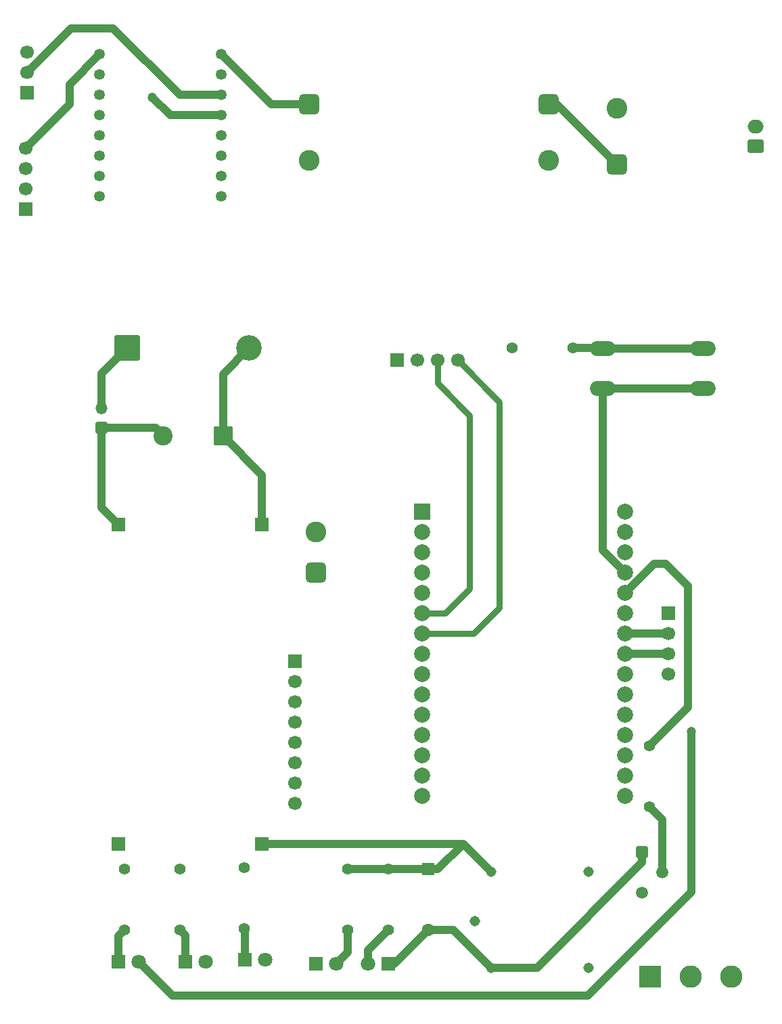
<source format=gbr>
%TF.GenerationSoftware,KiCad,Pcbnew,9.0.4*%
%TF.CreationDate,2025-11-10T11:10:46+05:30*%
%TF.ProjectId,BikeSSv3,42696b65-5353-4763-932e-6b696361645f,rev?*%
%TF.SameCoordinates,Original*%
%TF.FileFunction,Copper,L1,Top*%
%TF.FilePolarity,Positive*%
%FSLAX46Y46*%
G04 Gerber Fmt 4.6, Leading zero omitted, Abs format (unit mm)*
G04 Created by KiCad (PCBNEW 9.0.4) date 2025-11-10 11:10:46*
%MOMM*%
%LPD*%
G01*
G04 APERTURE LIST*
G04 Aperture macros list*
%AMRoundRect*
0 Rectangle with rounded corners*
0 $1 Rounding radius*
0 $2 $3 $4 $5 $6 $7 $8 $9 X,Y pos of 4 corners*
0 Add a 4 corners polygon primitive as box body*
4,1,4,$2,$3,$4,$5,$6,$7,$8,$9,$2,$3,0*
0 Add four circle primitives for the rounded corners*
1,1,$1+$1,$2,$3*
1,1,$1+$1,$4,$5*
1,1,$1+$1,$6,$7*
1,1,$1+$1,$8,$9*
0 Add four rect primitives between the rounded corners*
20,1,$1+$1,$2,$3,$4,$5,0*
20,1,$1+$1,$4,$5,$6,$7,0*
20,1,$1+$1,$6,$7,$8,$9,0*
20,1,$1+$1,$8,$9,$2,$3,0*%
G04 Aperture macros list end*
%TA.AperFunction,ComponentPad*%
%ADD10R,1.700000X1.700000*%
%TD*%
%TA.AperFunction,ComponentPad*%
%ADD11C,1.700000*%
%TD*%
%TA.AperFunction,ComponentPad*%
%ADD12C,1.400000*%
%TD*%
%TA.AperFunction,ComponentPad*%
%ADD13RoundRect,0.650000X0.650000X-0.650000X0.650000X0.650000X-0.650000X0.650000X-0.650000X-0.650000X0*%
%TD*%
%TA.AperFunction,ComponentPad*%
%ADD14C,2.600000*%
%TD*%
%TA.AperFunction,ComponentPad*%
%ADD15R,1.800000X1.800000*%
%TD*%
%TA.AperFunction,ComponentPad*%
%ADD16C,1.800000*%
%TD*%
%TA.AperFunction,ComponentPad*%
%ADD17RoundRect,0.250000X-0.500000X0.500000X-0.500000X-0.500000X0.500000X-0.500000X0.500000X0.500000X0*%
%TD*%
%TA.AperFunction,ComponentPad*%
%ADD18C,1.500000*%
%TD*%
%TA.AperFunction,ComponentPad*%
%ADD19O,3.200000X1.900000*%
%TD*%
%TA.AperFunction,ComponentPad*%
%ADD20RoundRect,0.650000X-0.650000X0.650000X-0.650000X-0.650000X0.650000X-0.650000X0.650000X0.650000X0*%
%TD*%
%TA.AperFunction,ComponentPad*%
%ADD21C,1.348000*%
%TD*%
%TA.AperFunction,ComponentPad*%
%ADD22R,2.000000X2.000000*%
%TD*%
%TA.AperFunction,ComponentPad*%
%ADD23C,2.000000*%
%TD*%
%TA.AperFunction,ComponentPad*%
%ADD24RoundRect,0.250000X-1.350000X-1.350000X1.350000X-1.350000X1.350000X1.350000X-1.350000X1.350000X0*%
%TD*%
%TA.AperFunction,ComponentPad*%
%ADD25C,3.200000*%
%TD*%
%TA.AperFunction,ComponentPad*%
%ADD26R,2.800000X2.800000*%
%TD*%
%TA.AperFunction,ComponentPad*%
%ADD27C,2.800000*%
%TD*%
%TA.AperFunction,ComponentPad*%
%ADD28C,1.308000*%
%TD*%
%TA.AperFunction,ComponentPad*%
%ADD29RoundRect,0.250000X-0.550000X0.550000X-0.550000X-0.550000X0.550000X-0.550000X0.550000X0.550000X0*%
%TD*%
%TA.AperFunction,ComponentPad*%
%ADD30C,1.600000*%
%TD*%
%TA.AperFunction,ComponentPad*%
%ADD31RoundRect,0.220589X0.529411X-0.529411X0.529411X0.529411X-0.529411X0.529411X-0.529411X-0.529411X0*%
%TD*%
%TA.AperFunction,ComponentPad*%
%ADD32O,1.500000X1.500000*%
%TD*%
%TA.AperFunction,ComponentPad*%
%ADD33RoundRect,0.250001X0.949999X0.949999X-0.949999X0.949999X-0.949999X-0.949999X0.949999X-0.949999X0*%
%TD*%
%TA.AperFunction,ComponentPad*%
%ADD34C,2.400000*%
%TD*%
%TA.AperFunction,ComponentPad*%
%ADD35RoundRect,0.250000X0.750000X-0.600000X0.750000X0.600000X-0.750000X0.600000X-0.750000X-0.600000X0*%
%TD*%
%TA.AperFunction,ComponentPad*%
%ADD36O,2.000000X1.700000*%
%TD*%
%TA.AperFunction,ViaPad*%
%ADD37C,1.200000*%
%TD*%
%TA.AperFunction,Conductor*%
%ADD38C,1.000000*%
%TD*%
%TA.AperFunction,Conductor*%
%ADD39C,0.250000*%
%TD*%
%TA.AperFunction,Conductor*%
%ADD40C,0.800000*%
%TD*%
G04 APERTURE END LIST*
D10*
%TO.P,J107,1,Pin_1*%
%TO.N,VCC*%
X229980000Y-79525000D03*
D11*
%TO.P,J107,2,Pin_2*%
%TO.N,GND*%
X232520000Y-79525000D03*
%TO.P,J107,3,Pin_3*%
%TO.N,D16*%
X235060000Y-79525000D03*
%TO.P,J107,4,Pin_4*%
%TO.N,D17*%
X237600000Y-79525000D03*
%TD*%
D10*
%TO.P,J108,1,Pin_1*%
%TO.N,GND*%
X195100000Y-140025000D03*
%TD*%
D12*
%TO.P,R102,1*%
%TO.N,Net-(D103-K)*%
X210880000Y-150610000D03*
%TO.P,R102,2*%
%TO.N,GND*%
X210880000Y-142990000D03*
%TD*%
D10*
%TO.P,J104,1,Pin_1*%
%TO.N,VCC*%
X217200000Y-117180000D03*
D11*
%TO.P,J104,2,Pin_2*%
%TO.N,GND*%
X217200000Y-119720000D03*
%TO.P,J104,3,Pin_3*%
%TO.N,D22*%
X217200000Y-122260000D03*
%TO.P,J104,4,Pin_4*%
%TO.N,D21*%
X217200000Y-124800000D03*
%TO.P,J104,5,Pin_5*%
%TO.N,unconnected-(J104-Pin_5-Pad5)*%
X217200000Y-127340000D03*
%TO.P,J104,6,Pin_6*%
%TO.N,unconnected-(J104-Pin_6-Pad6)*%
X217200000Y-129880000D03*
%TO.P,J104,7,Pin_7*%
%TO.N,GND*%
X217200000Y-132420000D03*
%TO.P,J104,8,Pin_8*%
%TO.N,unconnected-(J104-Pin_8-Pad8)*%
X217200000Y-134960000D03*
%TD*%
D13*
%TO.P,TP102,1,1*%
%TO.N,/VCCs*%
X257500000Y-55000000D03*
D14*
%TO.P,TP102,2,2*%
%TO.N,/GNDs*%
X257500000Y-48000000D03*
%TD*%
D10*
%TO.P,J110,1,Pin_1*%
%TO.N,/GNDs*%
X183725000Y-46025000D03*
D11*
%TO.P,J110,2,Pin_2*%
%TO.N,/3.3V*%
X183725000Y-43485000D03*
%TO.P,J110,3,Pin_3*%
%TO.N,/4*%
X183725000Y-40945000D03*
%TD*%
D15*
%TO.P,D107,1,K*%
%TO.N,GND*%
X219880000Y-155000000D03*
D16*
%TO.P,D107,2,A*%
%TO.N,Net-(D107-A)*%
X222420000Y-155000000D03*
%TD*%
D15*
%TO.P,D106,1,K*%
%TO.N,Net-(D105-A)*%
X228880000Y-155000000D03*
D16*
%TO.P,D106,2,A*%
%TO.N,Net-(D106-A)*%
X226340000Y-155000000D03*
%TD*%
D12*
%TO.P,R103,1*%
%TO.N,Net-(D104-K)*%
X195880000Y-150810000D03*
%TO.P,R103,2*%
%TO.N,GND*%
X195880000Y-143190000D03*
%TD*%
D13*
%TO.P,TP101,1,1*%
%TO.N,VCC*%
X219880000Y-106065000D03*
D14*
%TO.P,TP101,2,2*%
%TO.N,GND*%
X219880000Y-100985000D03*
%TD*%
D12*
%TO.P,R105,1*%
%TO.N,VCC*%
X228880000Y-143190000D03*
%TO.P,R105,2*%
%TO.N,Net-(D106-A)*%
X228880000Y-150810000D03*
%TD*%
D15*
%TO.P,D103,1,K*%
%TO.N,Net-(D103-K)*%
X210930000Y-154525000D03*
D16*
%TO.P,D103,2,A*%
%TO.N,/D33*%
X213470000Y-154525000D03*
%TD*%
D17*
%TO.P,Q101,1,C*%
%TO.N,Net-(D105-A)*%
X260700000Y-141020000D03*
D18*
%TO.P,Q101,2,B*%
%TO.N,Net-(Q101-B)*%
X263240000Y-143560000D03*
%TO.P,Q101,3,E*%
%TO.N,GND*%
X260700000Y-146100000D03*
%TD*%
D19*
%TO.P,SW102,1,1*%
%TO.N,Net-(R104-Pad2)*%
X255750000Y-78025000D03*
X268250000Y-78025000D03*
%TO.P,SW102,2,2*%
%TO.N,/D12*%
X255750000Y-83025000D03*
X268250000Y-83025000D03*
%TD*%
D10*
%TO.P,J105,1,Pin_1*%
%TO.N,GND*%
X264000000Y-111200000D03*
D11*
%TO.P,J105,2,Pin_2*%
%TO.N,D26*%
X264000000Y-113740000D03*
%TO.P,J105,3,Pin_3*%
%TO.N,D25*%
X264000000Y-116280000D03*
%TO.P,J105,4,Pin_4*%
%TO.N,VCC*%
X264000000Y-118820000D03*
%TD*%
D20*
%TO.P,TP104,1,1*%
%TO.N,/VCCs*%
X249000000Y-47500000D03*
D14*
%TO.P,TP104,2,2*%
%TO.N,/GNDs*%
X249000000Y-54500000D03*
%TD*%
D10*
%TO.P,J106,1,Pin_1*%
%TO.N,/12V-*%
X195100000Y-100025000D03*
%TD*%
D12*
%TO.P,R107,1*%
%TO.N,D14*%
X261600000Y-127715000D03*
%TO.P,R107,2*%
%TO.N,Net-(Q101-B)*%
X261600000Y-135335000D03*
%TD*%
%TO.P,R101,1*%
%TO.N,Net-(D102-K)*%
X202880000Y-150810000D03*
%TO.P,R101,2*%
%TO.N,GND*%
X202880000Y-143190000D03*
%TD*%
D10*
%TO.P,J102,1,Pin_1*%
%TO.N,/12V+ DO*%
X213100000Y-100025000D03*
%TD*%
D12*
%TO.P,R106,1*%
%TO.N,VCC*%
X223880000Y-143190000D03*
%TO.P,R106,2*%
%TO.N,Net-(D107-A)*%
X223880000Y-150810000D03*
%TD*%
D21*
%TO.P,U102,0,GPIO0*%
%TO.N,unconnected-(U102-GPIO0-Pad0)*%
X207990000Y-59030000D03*
%TO.P,U102,1,GPIO1*%
%TO.N,unconnected-(U102-GPIO1-Pad1)*%
X207990000Y-56490000D03*
%TO.P,U102,2,GPIO2*%
%TO.N,unconnected-(U102-GPIO2-Pad2)*%
X207990000Y-53950000D03*
%TO.P,U102,3,GPIO3*%
%TO.N,unconnected-(U102-GPIO3-Pad3)*%
X207990000Y-51410000D03*
%TO.P,U102,3.3,3V3*%
%TO.N,/3.3V*%
X207990000Y-46330000D03*
%TO.P,U102,4,GPIO4*%
%TO.N,/4*%
X207990000Y-48870000D03*
%TO.P,U102,5,GPIO5*%
%TO.N,/5*%
X192750000Y-41250000D03*
%TO.P,U102,5V,5V*%
%TO.N,/VCCb*%
X207990000Y-41250000D03*
%TO.P,U102,6,GPIO6*%
%TO.N,unconnected-(U102-GPIO6-Pad6)*%
X192750000Y-43790000D03*
%TO.P,U102,7,GPIO7*%
%TO.N,unconnected-(U102-GPIO7-Pad7)*%
X192750000Y-46330000D03*
%TO.P,U102,8,GPIO8*%
%TO.N,unconnected-(U102-GPIO8-Pad8)*%
X192750000Y-48870000D03*
%TO.P,U102,9,GPIO9*%
%TO.N,unconnected-(U102-GPIO9-Pad9)*%
X192750000Y-51410000D03*
%TO.P,U102,10,GPIO10*%
%TO.N,unconnected-(U102-GPIO10-Pad10)*%
X192750000Y-53950000D03*
%TO.P,U102,20,GPIO20*%
%TO.N,unconnected-(U102-GPIO20-Pad20)*%
X192750000Y-56490000D03*
%TO.P,U102,21,GPIO21*%
%TO.N,unconnected-(U102-GPIO21-Pad21)*%
X192750000Y-59030000D03*
%TO.P,U102,G,GND*%
%TO.N,/GNDs*%
X207990000Y-43790000D03*
%TD*%
D15*
%TO.P,D102,1,K*%
%TO.N,Net-(D102-K)*%
X203530000Y-154725000D03*
D16*
%TO.P,D102,2,A*%
%TO.N,/D27*%
X206070000Y-154725000D03*
%TD*%
D22*
%TO.P,U101,1,3V3*%
%TO.N,unconnected-(U101-3V3-Pad1)*%
X233180000Y-98485000D03*
D23*
%TO.P,U101,2,GND*%
%TO.N,GND*%
X233180000Y-101025000D03*
%TO.P,U101,3,D15*%
%TO.N,unconnected-(U101-D15-Pad3)*%
X233180000Y-103565000D03*
%TO.P,U101,4,D2*%
%TO.N,unconnected-(U101-D2-Pad4)*%
X233180000Y-106105000D03*
%TO.P,U101,5,D4*%
%TO.N,unconnected-(U101-D4-Pad5)*%
X233180000Y-108645000D03*
%TO.P,U101,6,RX2*%
%TO.N,D16*%
X233180000Y-111185000D03*
%TO.P,U101,7,TX2*%
%TO.N,D17*%
X233180000Y-113725000D03*
%TO.P,U101,8,D5*%
%TO.N,unconnected-(U101-D5-Pad8)*%
X233180000Y-116265000D03*
%TO.P,U101,9,D18*%
%TO.N,unconnected-(U101-D18-Pad9)*%
X233180000Y-118805000D03*
%TO.P,U101,10,D19*%
%TO.N,unconnected-(U101-D19-Pad10)*%
X233180000Y-121345000D03*
%TO.P,U101,11,D21*%
%TO.N,unconnected-(U101-D21-Pad11)*%
X233180000Y-123885000D03*
%TO.P,U101,12,RX0*%
%TO.N,unconnected-(U101-RX0-Pad12)*%
X233180000Y-126425000D03*
%TO.P,U101,13,TX0*%
%TO.N,unconnected-(U101-TX0-Pad13)*%
X233180000Y-128965000D03*
%TO.P,U101,14,D22*%
%TO.N,D22*%
X233180000Y-131505000D03*
%TO.P,U101,15,D23*%
%TO.N,D21*%
X233180000Y-134045000D03*
%TO.P,U101,16,EN*%
%TO.N,unconnected-(U101-EN-Pad16)*%
X258580000Y-134045000D03*
%TO.P,U101,17,VP*%
%TO.N,unconnected-(U101-VP-Pad17)*%
X258580000Y-131505000D03*
%TO.P,U101,18,VN*%
%TO.N,unconnected-(U101-VN-Pad18)*%
X258580000Y-128965000D03*
%TO.P,U101,19,D34*%
%TO.N,unconnected-(U101-D34-Pad19)*%
X258580000Y-126425000D03*
%TO.P,U101,20,D35*%
%TO.N,unconnected-(U101-D35-Pad20)*%
X258580000Y-123885000D03*
%TO.P,U101,21,D32*%
%TO.N,unconnected-(U101-D32-Pad21)*%
X258580000Y-121345000D03*
%TO.P,U101,22,D33*%
%TO.N,/D33*%
X258580000Y-118805000D03*
%TO.P,U101,23,D25*%
%TO.N,D25*%
X258580000Y-116265000D03*
%TO.P,U101,24,D26*%
%TO.N,D26*%
X258580000Y-113725000D03*
%TO.P,U101,25,D27*%
%TO.N,/D27*%
X258580000Y-111185000D03*
%TO.P,U101,26,D14*%
%TO.N,D14*%
X258580000Y-108645000D03*
%TO.P,U101,27,D12*%
%TO.N,/D12*%
X258580000Y-106105000D03*
%TO.P,U101,28,D13*%
%TO.N,/D13*%
X258580000Y-103565000D03*
%TO.P,U101,29,GND*%
%TO.N,GND*%
X258580000Y-101025000D03*
%TO.P,U101,30,VIN*%
%TO.N,VCC*%
X258580000Y-98485000D03*
%TD*%
D10*
%TO.P,J109,1,Pin_1*%
%TO.N,/VCCb*%
X183500000Y-60580000D03*
D11*
%TO.P,J109,2,Pin_2*%
%TO.N,/GNDs*%
X183500000Y-58040000D03*
%TO.P,J109,3,Pin_3*%
%TO.N,unconnected-(J109-Pin_3-Pad3)*%
X183500000Y-55500000D03*
%TO.P,J109,4,Pin_4*%
%TO.N,/5*%
X183500000Y-52960000D03*
%TD*%
D24*
%TO.P,D101,1,K*%
%TO.N,/12V+DI*%
X196260000Y-78000000D03*
D25*
%TO.P,D101,2,A*%
%TO.N,/12V+ DO*%
X211500000Y-78000000D03*
%TD*%
D12*
%TO.P,R104,1*%
%TO.N,GND*%
X244440000Y-77950000D03*
%TO.P,R104,2*%
%TO.N,Net-(R104-Pad2)*%
X252060000Y-77950000D03*
%TD*%
D20*
%TO.P,TP105,1,1*%
%TO.N,/VCCb*%
X219000000Y-47500000D03*
D14*
%TO.P,TP105,2,2*%
%TO.N,/GNDs*%
X219000000Y-54500000D03*
%TD*%
D26*
%TO.P,J112,1,Pin_1*%
%TO.N,/NO*%
X261720000Y-156600000D03*
D27*
%TO.P,J112,2,Pin_2*%
%TO.N,/COM*%
X266800000Y-156600000D03*
%TO.P,J112,3,Pin_3*%
%TO.N,/NC*%
X271880000Y-156600000D03*
%TD*%
D28*
%TO.P,K101,COIL1*%
%TO.N,VCC*%
X241780000Y-143525000D03*
%TO.P,K101,COIL2*%
%TO.N,Net-(D105-A)*%
X241780000Y-155525000D03*
%TO.P,K101,COM*%
%TO.N,/COM*%
X239780000Y-149645000D03*
%TO.P,K101,NC*%
%TO.N,/NC*%
X253980000Y-143525000D03*
%TO.P,K101,NO*%
%TO.N,/NO*%
X253980000Y-155525000D03*
%TD*%
D15*
%TO.P,D104,1,K*%
%TO.N,Net-(D104-K)*%
X195130000Y-154725000D03*
D16*
%TO.P,D104,2,A*%
%TO.N,/D13*%
X197670000Y-154725000D03*
%TD*%
D29*
%TO.P,D105,1,K*%
%TO.N,VCC*%
X233880000Y-143190000D03*
D30*
%TO.P,D105,2,A*%
%TO.N,Net-(D105-A)*%
X233880000Y-150810000D03*
%TD*%
D31*
%TO.P,J101,1,Pin_1*%
%TO.N,/12V-*%
X193053674Y-88000000D03*
D32*
%TO.P,J101,2,Pin_2*%
%TO.N,/12V+DI*%
X193053674Y-85500000D03*
%TD*%
D33*
%TO.P,C101,1*%
%TO.N,/12V+ DO*%
X208252651Y-89000000D03*
D34*
%TO.N,/12V-*%
X200752651Y-89000000D03*
%TD*%
D10*
%TO.P,J103,1,Pin_1*%
%TO.N,VCC*%
X213100000Y-140025000D03*
%TD*%
D35*
%TO.P,J111,1,Pin_1*%
%TO.N,/VCCs*%
X274850000Y-52750000D03*
D36*
%TO.P,J111,2,Pin_2*%
%TO.N,/GNDs*%
X274850000Y-50250000D03*
%TD*%
D37*
%TO.N,/D13*%
X266880000Y-126000000D03*
%TO.N,/4*%
X199400000Y-46600000D03*
%TD*%
D38*
%TO.N,VCC*%
X233880000Y-143190000D02*
X235115000Y-143190000D01*
X238280000Y-140025000D02*
X213100000Y-140025000D01*
X235115000Y-143190000D02*
X238280000Y-140025000D01*
X241780000Y-143525000D02*
X238280000Y-140025000D01*
X228880000Y-143190000D02*
X233880000Y-143190000D01*
X223880000Y-143190000D02*
X228880000Y-143190000D01*
%TO.N,D26*%
X264000000Y-113740000D02*
X258595000Y-113740000D01*
D39*
X258595000Y-113740000D02*
X258580000Y-113725000D01*
%TO.N,D25*%
X258595000Y-116280000D02*
X258580000Y-116265000D01*
D38*
X264000000Y-116280000D02*
X258595000Y-116280000D01*
D40*
%TO.N,D16*%
X235100000Y-82400000D02*
X235100000Y-81300000D01*
X233180000Y-111185000D02*
X236015000Y-111185000D01*
X236015000Y-111185000D02*
X239100000Y-108100000D01*
X239100000Y-86400000D02*
X235100000Y-82400000D01*
X239100000Y-108100000D02*
X239100000Y-86400000D01*
X235060000Y-81260000D02*
X235060000Y-79525000D01*
X235100000Y-81300000D02*
X235060000Y-81260000D01*
%TO.N,D17*%
X237600000Y-79525000D02*
X242775000Y-84700000D01*
X242775000Y-84700000D02*
X242800000Y-84700000D01*
X242800000Y-110500000D02*
X239575000Y-113725000D01*
X239575000Y-113725000D02*
X233180000Y-113725000D01*
X242800000Y-84700000D02*
X242800000Y-110500000D01*
D38*
%TO.N,/D13*%
X266880000Y-127000000D02*
X266880000Y-126000000D01*
X266880000Y-146000000D02*
X266880000Y-127000000D01*
X253880000Y-159000000D02*
X266880000Y-146000000D01*
X201945000Y-159000000D02*
X253880000Y-159000000D01*
X197670000Y-154725000D02*
X201945000Y-159000000D01*
%TO.N,/12V-*%
X199752651Y-88000000D02*
X193053674Y-88000000D01*
X195100000Y-100025000D02*
X193053674Y-97978674D01*
X200752651Y-89000000D02*
X199752651Y-88000000D01*
X193053674Y-97978674D02*
X193053674Y-88000000D01*
%TO.N,/12V+ DO*%
X213100000Y-100025000D02*
X213100000Y-93847349D01*
X208252651Y-89000000D02*
X208252651Y-81247349D01*
X213100000Y-93847349D02*
X208252651Y-89000000D01*
X208252651Y-81247349D02*
X211500000Y-78000000D01*
%TO.N,/12V+DI*%
X193053674Y-85500000D02*
X193053674Y-81206326D01*
X193053674Y-81206326D02*
X196260000Y-78000000D01*
%TO.N,Net-(D102-K)*%
X203530000Y-151460000D02*
X202880000Y-150810000D01*
X203530000Y-154725000D02*
X203530000Y-151460000D01*
%TO.N,Net-(D103-K)*%
X210930000Y-154525000D02*
X210930000Y-150660000D01*
X210930000Y-150660000D02*
X210880000Y-150610000D01*
%TO.N,Net-(D104-K)*%
X195130000Y-151560000D02*
X195880000Y-150810000D01*
X195130000Y-154725000D02*
X195130000Y-151560000D01*
D40*
%TO.N,Net-(R104-Pad2)*%
X255650000Y-77925000D02*
X255750000Y-78025000D01*
X255675000Y-77950000D02*
X255750000Y-78025000D01*
D38*
X255750000Y-78025000D02*
X268250000Y-78025000D01*
X252060000Y-77950000D02*
X255675000Y-77950000D01*
%TO.N,Net-(D105-A)*%
X229690000Y-155000000D02*
X233880000Y-150810000D01*
X228880000Y-155000000D02*
X229690000Y-155000000D01*
X233880000Y-150810000D02*
X237065000Y-150810000D01*
X241780000Y-155525000D02*
X247520000Y-155525000D01*
X260700000Y-142345000D02*
X260700000Y-141020000D01*
X247520000Y-155525000D02*
X260700000Y-142345000D01*
X237065000Y-150810000D02*
X241780000Y-155525000D01*
%TO.N,/D12*%
X258580000Y-106105000D02*
X255750000Y-103275000D01*
X255750000Y-83025000D02*
X268250000Y-83025000D01*
X255750000Y-103275000D02*
X255750000Y-83025000D01*
%TO.N,/VCCs*%
X250000000Y-47500000D02*
X249000000Y-47500000D01*
X257500000Y-55000000D02*
X250000000Y-47500000D01*
%TO.N,/4*%
X207990000Y-48870000D02*
X201670000Y-48870000D01*
X201670000Y-48870000D02*
X199400000Y-46600000D01*
%TO.N,/VCCb*%
X214240000Y-47500000D02*
X207990000Y-41250000D01*
X219000000Y-47500000D02*
X214240000Y-47500000D01*
%TO.N,/5*%
X189000000Y-45000000D02*
X189000000Y-47460000D01*
X192750000Y-41250000D02*
X189000000Y-45000000D01*
X183500000Y-52960000D02*
X189000000Y-47460000D01*
%TO.N,/3.3V*%
X194500000Y-38000000D02*
X189210000Y-38000000D01*
X207990000Y-46330000D02*
X202830000Y-46330000D01*
X202830000Y-46330000D02*
X194500000Y-38000000D01*
X189210000Y-38000000D02*
X183725000Y-43485000D01*
%TO.N,Net-(D106-A)*%
X226340000Y-153350000D02*
X228880000Y-150810000D01*
X226340000Y-155000000D02*
X226340000Y-153350000D01*
%TO.N,Net-(D107-A)*%
X223880000Y-153540000D02*
X223880000Y-150810000D01*
X222420000Y-155000000D02*
X223880000Y-153540000D01*
%TO.N,Net-(Q101-B)*%
X263240000Y-136975000D02*
X263240000Y-143560000D01*
X261600000Y-135335000D02*
X263240000Y-136975000D01*
%TO.N,D14*%
X266400000Y-122915000D02*
X266400000Y-107800000D01*
X261600000Y-127715000D02*
X266400000Y-122915000D01*
X262225000Y-105000000D02*
X258580000Y-108645000D01*
X263600000Y-105000000D02*
X262225000Y-105000000D01*
X266400000Y-107800000D02*
X263600000Y-105000000D01*
%TD*%
M02*

</source>
